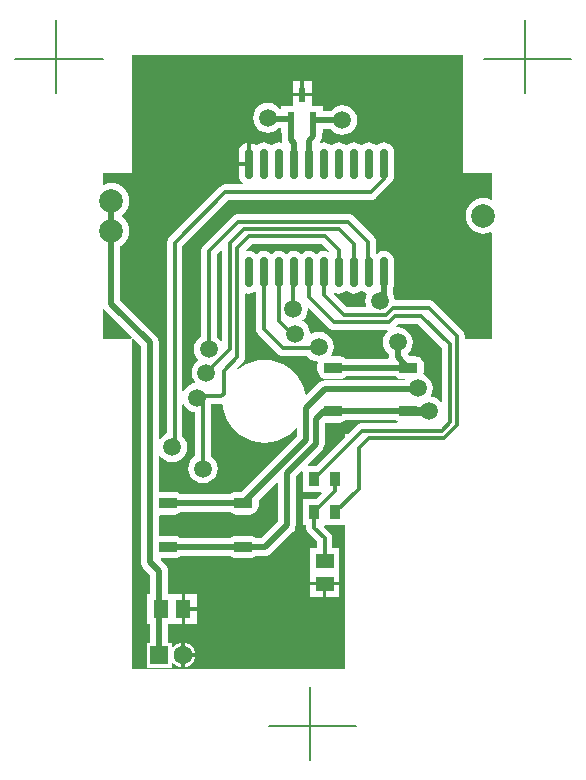
<source format=gtl>
%FSLAX44Y44*%
%MOMM*%
G71*
G01*
G75*
G04 Layer_Physical_Order=1*
G04 Layer_Color=255*
%ADD10R,1.5000X1.3000*%
%ADD11R,0.9000X1.2000*%
%ADD12R,0.6000X1.3000*%
%ADD13O,0.7000X2.6000*%
G04:AMPARAMS|DCode=14|XSize=1.6mm|YSize=0.9mm|CornerRadius=0.225mm|HoleSize=0mm|Usage=FLASHONLY|Rotation=180.000|XOffset=0mm|YOffset=0mm|HoleType=Round|Shape=RoundedRectangle|*
%AMROUNDEDRECTD14*
21,1,1.6000,0.4500,0,0,180.0*
21,1,1.1500,0.9000,0,0,180.0*
1,1,0.4500,-0.5750,0.2250*
1,1,0.4500,0.5750,0.2250*
1,1,0.4500,0.5750,-0.2250*
1,1,0.4500,-0.5750,-0.2250*
%
%ADD14ROUNDEDRECTD14*%
%ADD15R,1.3000X1.5000*%
%ADD16C,0.5000*%
%ADD17C,0.3000*%
%ADD18C,0.7500*%
%ADD19C,0.2000*%
%ADD20C,2.0000*%
%ADD21C,1.6000*%
%ADD22R,1.6000X1.6000*%
%ADD23C,1.5000*%
G36*
X365444Y375284D02*
Y329746D01*
X364241Y329338D01*
X363415Y330415D01*
X360804Y332419D01*
X357763Y333678D01*
X356258Y333876D01*
X355919Y334696D01*
X357178Y337737D01*
X357608Y341000D01*
X357178Y344263D01*
X355919Y347304D01*
X353915Y349915D01*
X351304Y351919D01*
X349170Y352803D01*
X349813Y354357D01*
X350063Y356250D01*
Y360750D01*
X349813Y362643D01*
X349083Y364406D01*
X347921Y365921D01*
X346406Y367083D01*
X344643Y367813D01*
X342750Y368063D01*
X338136D01*
X336577Y369622D01*
X336660Y370889D01*
X336915Y371085D01*
X338919Y373696D01*
X340178Y376737D01*
X340608Y380000D01*
X340178Y383263D01*
X338919Y386304D01*
X336915Y388915D01*
X334304Y390919D01*
X331263Y392178D01*
X328000Y392608D01*
X326890Y392462D01*
X326328Y393601D01*
X328171Y395444D01*
X345284D01*
X365444Y375284D01*
D02*
G37*
G36*
X269364Y392364D02*
X270722Y391322D01*
X272303Y390667D01*
X274000Y390444D01*
X319102D01*
X319510Y389241D01*
X319085Y388915D01*
X317081Y386304D01*
X315822Y383263D01*
X315392Y380000D01*
X315822Y376737D01*
X317081Y373696D01*
X319085Y371085D01*
X320435Y370049D01*
Y367500D01*
X320499Y367020D01*
X319661Y366065D01*
X283733D01*
X282406Y367083D01*
X280642Y367813D01*
X278750Y368063D01*
X272101D01*
X271539Y369202D01*
X271919Y369696D01*
X273178Y372737D01*
X273608Y376000D01*
X273178Y379263D01*
X271919Y382304D01*
X269915Y384915D01*
X267304Y386919D01*
X264263Y388178D01*
X261000Y388608D01*
X257737Y388178D01*
X254696Y386919D01*
X253395Y388614D01*
X253178Y390263D01*
X251919Y393304D01*
X249915Y395915D01*
X247304Y397919D01*
X247221Y398552D01*
X247915Y399085D01*
X249919Y401696D01*
X251178Y404737D01*
X251608Y408000D01*
X251544Y408483D01*
X252683Y409045D01*
X269364Y392364D01*
D02*
G37*
G36*
X179444Y457513D02*
Y381595D01*
X178241Y381187D01*
X176915Y382915D01*
X174556Y384725D01*
Y454284D01*
X178271Y457999D01*
X179444Y457513D01*
D02*
G37*
G36*
X327594Y312917D02*
X327872Y312802D01*
X327624Y311556D01*
X298000D01*
X296303Y311333D01*
X295840Y311141D01*
X294722Y310678D01*
X293364Y309636D01*
X285729Y302000D01*
X283000D01*
Y299271D01*
X258729Y275000D01*
X252171D01*
X251686Y276173D01*
X263849Y288337D01*
X265051Y289903D01*
X265807Y291728D01*
X266064Y293686D01*
X266064Y293686D01*
Y311130D01*
X267019Y311968D01*
X267250Y311937D01*
X278750D01*
X280642Y312186D01*
X282406Y312917D01*
X283733Y313935D01*
X326267D01*
X327594Y312917D01*
D02*
G37*
G36*
X110435Y376717D02*
Y194000D01*
X110693Y192042D01*
X111227Y190752D01*
X111449Y190218D01*
X112651Y188651D01*
X118436Y182866D01*
Y166500D01*
X116000D01*
Y141500D01*
X118436D01*
Y125540D01*
X115460D01*
Y104460D01*
X136540D01*
Y108039D01*
X137743Y108447D01*
X138483Y107483D01*
X140685Y105793D01*
X143249Y104731D01*
X144500Y104567D01*
Y114998D01*
Y125434D01*
X143249Y125269D01*
X140685Y124207D01*
X138483Y122517D01*
X137743Y121553D01*
X136540Y121961D01*
Y125540D01*
X133565D01*
Y141500D01*
X145000D01*
Y153998D01*
Y166500D01*
X133565D01*
Y186000D01*
X133307Y187958D01*
X132551Y189782D01*
X131349Y191349D01*
X131349Y191349D01*
X127077Y195622D01*
X127250Y196938D01*
X138750D01*
X140642Y197187D01*
X142406Y197917D01*
X143733Y198935D01*
X186267D01*
X187594Y197917D01*
X189357Y197187D01*
X191250Y196938D01*
X202750D01*
X204643Y197187D01*
X206406Y197917D01*
X207733Y198935D01*
X215500D01*
X217458Y199193D01*
X219282Y199949D01*
X220849Y201151D01*
X239349Y219651D01*
X240551Y221218D01*
X240551Y221218D01*
X240551Y221218D01*
X241307Y223042D01*
X241565Y225000D01*
Y266052D01*
X246327Y270815D01*
X247500Y270329D01*
Y253000D01*
X263069D01*
X263555Y251827D01*
X258729Y247000D01*
X247500D01*
Y225000D01*
X250444D01*
Y223000D01*
X250668Y221303D01*
X250995Y220512D01*
X251322Y219722D01*
X252364Y218364D01*
X259444Y211284D01*
Y206000D01*
X253500D01*
Y183000D01*
Y177000D01*
X278500D01*
Y183000D01*
Y206000D01*
X272556D01*
Y214000D01*
X272333Y215697D01*
X272005Y216488D01*
X271678Y217278D01*
X270636Y218636D01*
X265445Y223827D01*
X265931Y225000D01*
X283000D01*
Y103414D01*
X282000Y103000D01*
Y103000D01*
X282000Y103000D01*
X103000D01*
Y382493D01*
X104173Y382979D01*
X110435Y376717D01*
D02*
G37*
G36*
X226435Y260578D02*
Y228133D01*
X212367Y214065D01*
X207733D01*
X206406Y215083D01*
X204643Y215814D01*
X202750Y216063D01*
X191250D01*
X189357Y215814D01*
X187594Y215083D01*
X186267Y214065D01*
X143733D01*
X142406Y215083D01*
X140642Y215814D01*
X138750Y216063D01*
X127250D01*
X126520Y215966D01*
X125565Y216804D01*
Y233196D01*
X126520Y234033D01*
X127250Y233937D01*
X138750D01*
X140642Y234186D01*
X142406Y234917D01*
X143733Y235935D01*
X186267D01*
X187594Y234917D01*
X189357Y234186D01*
X191250Y233937D01*
X202750D01*
X204643Y234186D01*
X206406Y234917D01*
X207921Y236079D01*
X209083Y237593D01*
X209813Y239357D01*
X210063Y241250D01*
Y245750D01*
X210049Y245851D01*
X225262Y261063D01*
X226435Y260578D01*
D02*
G37*
G36*
X180149Y326732D02*
X180324Y324508D01*
X181610Y319151D01*
X183718Y314061D01*
X186597Y309364D01*
X190175Y305175D01*
X194364Y301597D01*
X199061Y298718D01*
X204151Y296610D01*
X209508Y295324D01*
X215000Y294892D01*
X220492Y295324D01*
X225849Y296610D01*
X230939Y298718D01*
X235636Y301597D01*
X239825Y305175D01*
X241744Y307421D01*
X242935Y306981D01*
Y300133D01*
X195865Y253062D01*
X191250D01*
X189357Y252813D01*
X187594Y252083D01*
X186267Y251064D01*
X143733D01*
X142406Y252083D01*
X140642Y252813D01*
X138750Y253062D01*
X127250D01*
X126520Y252966D01*
X125565Y253804D01*
Y283393D01*
X126767Y283801D01*
X128085Y282084D01*
X130696Y280081D01*
X133737Y278821D01*
X137000Y278392D01*
X140263Y278821D01*
X143304Y280081D01*
X145915Y282084D01*
X147918Y284695D01*
X149178Y287736D01*
X149608Y290999D01*
X149178Y294263D01*
X147918Y297303D01*
X145915Y299914D01*
X145556Y300190D01*
Y327122D01*
X146802Y327370D01*
X147081Y326696D01*
X149085Y324085D01*
X151696Y322081D01*
X154737Y320822D01*
X156444Y320597D01*
Y283725D01*
X154085Y281915D01*
X152081Y279304D01*
X150822Y276263D01*
X150392Y273000D01*
X150822Y269737D01*
X152081Y266696D01*
X154085Y264085D01*
X156696Y262081D01*
X159737Y260822D01*
X163000Y260392D01*
X166263Y260822D01*
X169304Y262081D01*
X171915Y264085D01*
X173919Y266696D01*
X175178Y269737D01*
X175608Y273000D01*
X175178Y276263D01*
X173919Y279304D01*
X171915Y281915D01*
X169556Y283725D01*
Y327444D01*
X178500D01*
X179162Y327531D01*
X180149Y326732D01*
D02*
G37*
G36*
X80151Y407001D02*
X102979Y384173D01*
X102493Y383000D01*
X78000D01*
Y407829D01*
X79203Y408237D01*
X80151Y407001D01*
D02*
G37*
G36*
X269327Y457401D02*
X268622Y456345D01*
X267569Y456781D01*
X265350Y457073D01*
X263131Y456781D01*
X261064Y455925D01*
X259288Y454562D01*
X258713D01*
X256937Y455925D01*
X254869Y456781D01*
X252650Y457073D01*
X250431Y456781D01*
X248364Y455925D01*
X246588Y454562D01*
X246012D01*
X244237Y455925D01*
X242169Y456781D01*
X239950Y457073D01*
X237731Y456781D01*
X235664Y455925D01*
X233888Y454562D01*
X233312D01*
X231537Y455925D01*
X229469Y456781D01*
X227250Y457073D01*
X225031Y456781D01*
X222964Y455925D01*
X221188Y454562D01*
X220613D01*
X218837Y455925D01*
X216769Y456781D01*
X214550Y457073D01*
X212331Y456781D01*
X210264Y455925D01*
X208488Y454562D01*
X207913D01*
X206137Y455925D01*
X204069Y456781D01*
X201850Y457073D01*
X199772Y456800D01*
X199210Y457939D01*
X204716Y463444D01*
X263284D01*
X269327Y457401D01*
D02*
G37*
G36*
X383000Y523000D02*
X408000D01*
Y501235D01*
X406911Y500582D01*
X406268Y500925D01*
X403441Y501783D01*
X400500Y502073D01*
X397560Y501783D01*
X394732Y500925D01*
X392126Y499533D01*
X389842Y497658D01*
X387968Y495374D01*
X386575Y492768D01*
X385717Y489941D01*
X385428Y487000D01*
X385717Y484060D01*
X386575Y481232D01*
X387968Y478626D01*
X389842Y476342D01*
X392126Y474468D01*
X394732Y473075D01*
X397560Y472217D01*
X400500Y471928D01*
X403441Y472217D01*
X406268Y473075D01*
X406911Y473419D01*
X408000Y472766D01*
Y383000D01*
X384556D01*
Y385000D01*
X384333Y386697D01*
X384141Y387160D01*
X383678Y388278D01*
X382636Y389636D01*
X358636Y413636D01*
X357278Y414678D01*
X356488Y415005D01*
X355697Y415333D01*
X354000Y415556D01*
X325535D01*
X325178Y418263D01*
X323919Y421304D01*
X323715Y421570D01*
Y425551D01*
X324431Y427281D01*
X324724Y429500D01*
Y448500D01*
X324431Y450719D01*
X323575Y452786D01*
X322212Y454562D01*
X320437Y455925D01*
X318369Y456781D01*
X316150Y457073D01*
X313931Y456781D01*
X311864Y455925D01*
X310695Y455028D01*
X309556Y455590D01*
Y465000D01*
X309333Y466697D01*
X308678Y468278D01*
X308157Y468957D01*
X307636Y469636D01*
X290636Y486636D01*
X289278Y487678D01*
X288352Y488061D01*
X287697Y488333D01*
X286000Y488556D01*
X193000D01*
X191303Y488333D01*
X190840Y488141D01*
X189722Y487678D01*
X188364Y486636D01*
X163364Y461636D01*
X162322Y460278D01*
X161939Y459352D01*
X161667Y458697D01*
X161444Y457000D01*
Y384725D01*
X159085Y382915D01*
X157081Y380304D01*
X155822Y377263D01*
X155392Y374000D01*
X155822Y370737D01*
X157081Y367696D01*
X158845Y365398D01*
X158679Y364138D01*
X157085Y362915D01*
X155081Y360304D01*
X153822Y357263D01*
X153392Y354000D01*
X153822Y350737D01*
X155081Y347696D01*
X156031Y346458D01*
X155545Y345285D01*
X154737Y345178D01*
X151696Y343919D01*
X149085Y341915D01*
X147081Y339304D01*
X146802Y338630D01*
X145556Y338878D01*
Y461285D01*
X184716Y500444D01*
X305000D01*
X306697Y500667D01*
X307487Y500995D01*
X308278Y501322D01*
X309636Y502364D01*
X320786Y513514D01*
X321828Y514872D01*
X321992Y515269D01*
X322212Y515438D01*
X323575Y517214D01*
X324431Y519281D01*
X324724Y521500D01*
Y540500D01*
X324431Y542719D01*
X323575Y544787D01*
X322212Y546562D01*
X320437Y547925D01*
X318369Y548781D01*
X316150Y549074D01*
X313931Y548781D01*
X311864Y547925D01*
X310088Y546562D01*
X309513D01*
X307737Y547925D01*
X305669Y548781D01*
X303450Y549074D01*
X301231Y548781D01*
X299164Y547925D01*
X297388Y546562D01*
X296812D01*
X295037Y547925D01*
X292969Y548781D01*
X290750Y549074D01*
X288531Y548781D01*
X286464Y547925D01*
X284688Y546562D01*
X284112D01*
X282337Y547925D01*
X280269Y548781D01*
X278050Y549074D01*
X275831Y548781D01*
X273764Y547925D01*
X271988Y546562D01*
X271413D01*
X269637Y547925D01*
X267569Y548781D01*
X265350Y549074D01*
X263131Y548781D01*
X263103Y548770D01*
X262330Y549777D01*
X263051Y550718D01*
X263807Y552542D01*
X264065Y554500D01*
X264065Y554500D01*
Y557000D01*
X264500D01*
Y560435D01*
X271049D01*
X272085Y559085D01*
X274696Y557081D01*
X277737Y555822D01*
X281000Y555392D01*
X284263Y555822D01*
X287304Y557081D01*
X289915Y559085D01*
X291919Y561696D01*
X293178Y564737D01*
X293608Y568000D01*
X293178Y571263D01*
X291919Y574304D01*
X289915Y576915D01*
X287304Y578919D01*
X284263Y580178D01*
X281000Y580608D01*
X277737Y580178D01*
X274696Y578919D01*
X272085Y576915D01*
X271049Y575565D01*
X264500D01*
Y580000D01*
X255000D01*
Y588000D01*
X239000D01*
Y580000D01*
X229500D01*
Y577522D01*
X228297Y577114D01*
X226915Y578915D01*
X224304Y580919D01*
X221263Y582178D01*
X218000Y582608D01*
X214737Y582178D01*
X211696Y580919D01*
X209085Y578915D01*
X207081Y576304D01*
X205822Y573263D01*
X205392Y570000D01*
X205822Y566737D01*
X207081Y563696D01*
X209085Y561085D01*
X211696Y559081D01*
X214737Y557822D01*
X218000Y557392D01*
X221263Y557822D01*
X224304Y559081D01*
X226720Y560935D01*
X229500D01*
Y557000D01*
X229935D01*
Y551500D01*
X230172Y549705D01*
X229273Y548807D01*
X227250Y549074D01*
X225031Y548781D01*
X222964Y547925D01*
X221188Y546562D01*
X220613D01*
X218837Y547925D01*
X216769Y548781D01*
X214550Y549074D01*
X212331Y548781D01*
X210264Y547925D01*
X208488Y546562D01*
X207913D01*
X206137Y547925D01*
X204069Y548781D01*
X203350Y548876D01*
Y530998D01*
X201853D01*
Y529500D01*
X193277D01*
Y521500D01*
X193569Y519281D01*
X194426Y517214D01*
X195788Y515438D01*
X196673Y514759D01*
X196265Y513556D01*
X182000D01*
X180303Y513333D01*
X179840Y513141D01*
X178722Y512678D01*
X177364Y511636D01*
X134364Y468636D01*
X133322Y467278D01*
X132995Y466488D01*
X132668Y465697D01*
X132444Y464000D01*
Y302642D01*
X130696Y301918D01*
X128085Y299914D01*
X126767Y298198D01*
X125565Y298606D01*
Y379850D01*
X125307Y381808D01*
X124551Y383633D01*
X123349Y385199D01*
X93065Y415484D01*
Y461335D01*
X93874Y461768D01*
X96158Y463642D01*
X98032Y465926D01*
X99425Y468532D01*
X100283Y471360D01*
X100573Y474300D01*
X100283Y477241D01*
X99425Y480068D01*
X98032Y482674D01*
X96158Y484958D01*
X93874Y486833D01*
Y487168D01*
X96158Y489042D01*
X98032Y491326D01*
X99425Y493932D01*
X100283Y496760D01*
X100573Y499700D01*
X100283Y502641D01*
X99425Y505468D01*
X98032Y508074D01*
X96158Y510358D01*
X93874Y512233D01*
X91268Y513625D01*
X88440Y514483D01*
X85500Y514773D01*
X82559Y514483D01*
X79732Y513625D01*
X79089Y513282D01*
X78000Y513935D01*
Y523000D01*
X103000D01*
Y623000D01*
X383000D01*
Y523000D01*
D02*
G37*
G36*
X207994Y422065D02*
Y391450D01*
X208218Y389753D01*
X208545Y388962D01*
X208873Y388172D01*
X209914Y386814D01*
X226364Y370364D01*
X227722Y369322D01*
X228648Y368939D01*
X229303Y368667D01*
X231000Y368444D01*
X251042D01*
X252085Y367085D01*
X254696Y365081D01*
X257737Y363822D01*
X259407Y363602D01*
X260180Y362594D01*
X259937Y360750D01*
Y356250D01*
X260186Y354357D01*
X260917Y352594D01*
X262079Y351079D01*
X263594Y349917D01*
X265357Y349187D01*
X267250Y348937D01*
X278750D01*
X280642Y349187D01*
X282406Y349917D01*
X283733Y350935D01*
X326267D01*
X327594Y349917D01*
X329357Y349187D01*
X331250Y348937D01*
X333899D01*
X334044Y348643D01*
X333373Y347565D01*
X266000D01*
X266000Y347565D01*
X264042Y347307D01*
X262218Y346551D01*
X260651Y345349D01*
X250811Y335509D01*
X249589Y335854D01*
X248390Y340849D01*
X246282Y345939D01*
X243403Y350636D01*
X239825Y354825D01*
X235636Y358403D01*
X230939Y361282D01*
X225849Y363390D01*
X220492Y364676D01*
X215000Y365108D01*
X209508Y364676D01*
X204151Y363390D01*
X199061Y361282D01*
X194364Y358403D01*
X193096Y357320D01*
X192234Y358253D01*
X196636Y362655D01*
X197678Y364013D01*
X198061Y364939D01*
X198333Y365594D01*
X198556Y367291D01*
Y420521D01*
X199612Y421227D01*
X199631Y421219D01*
X201850Y420927D01*
X204069Y421219D01*
X206137Y422075D01*
X206855Y422626D01*
X207994Y422065D01*
D02*
G37*
G36*
X299164Y422075D02*
X301231Y421219D01*
X301706Y420397D01*
X300822Y418263D01*
X300392Y415000D01*
X300822Y411737D01*
X301288Y410612D01*
X300582Y409556D01*
X284716D01*
X273390Y420882D01*
X274096Y421938D01*
X275831Y421219D01*
X278050Y420927D01*
X280269Y421219D01*
X282337Y422075D01*
X284112Y423438D01*
X284688D01*
X286464Y422075D01*
X288531Y421219D01*
X290750Y420927D01*
X292969Y421219D01*
X295037Y422075D01*
X296812Y423438D01*
X297388D01*
X299164Y422075D01*
D02*
G37*
%LPC*%
G36*
X147500Y125434D02*
Y116500D01*
X156434D01*
X156269Y117752D01*
X155207Y120316D01*
X153517Y122517D01*
X151316Y124207D01*
X148752Y125269D01*
X147500Y125434D01*
D02*
G37*
G36*
X158000Y152500D02*
X148000D01*
Y141500D01*
X158000D01*
Y152500D01*
D02*
G37*
G36*
X255000Y601000D02*
X248500D01*
Y591000D01*
X255000D01*
Y601000D01*
D02*
G37*
G36*
X156434Y113500D02*
X147500D01*
Y104567D01*
X148752Y104731D01*
X151316Y105793D01*
X153517Y107483D01*
X155207Y109685D01*
X156269Y112248D01*
X156434Y113500D01*
D02*
G37*
G36*
X158000Y166500D02*
X148000D01*
Y155500D01*
X158000D01*
Y166500D01*
D02*
G37*
G36*
X245500Y601000D02*
X239000D01*
Y591000D01*
X245500D01*
Y601000D01*
D02*
G37*
G36*
X200350Y548876D02*
X199631Y548781D01*
X197564Y547925D01*
X195788Y546562D01*
X194426Y544787D01*
X193569Y542719D01*
X193277Y540500D01*
Y532500D01*
X200350D01*
Y548876D01*
D02*
G37*
G36*
X264500Y174000D02*
X253500D01*
Y164000D01*
X264500D01*
Y174000D01*
D02*
G37*
G36*
X278500D02*
X267500D01*
Y164000D01*
X278500D01*
Y174000D01*
D02*
G37*
%LPD*%
D10*
X266000Y194500D02*
D03*
Y175500D02*
D03*
D11*
X257000Y264000D02*
D03*
X275000D02*
D03*
X257000Y236000D02*
D03*
X275000D02*
D03*
D12*
X247000Y589500D02*
D03*
X256500Y568500D02*
D03*
X237500D02*
D03*
D13*
X316150Y531000D02*
D03*
X303450D02*
D03*
X290750D02*
D03*
X278050D02*
D03*
X265350D02*
D03*
X252650D02*
D03*
X239950D02*
D03*
X227250D02*
D03*
X214550D02*
D03*
X201850D02*
D03*
X316150Y439000D02*
D03*
X303450D02*
D03*
X290750D02*
D03*
X278050D02*
D03*
X265350D02*
D03*
X252650D02*
D03*
X239950D02*
D03*
X227250D02*
D03*
X214550D02*
D03*
X201850D02*
D03*
D14*
X133000Y206500D02*
D03*
Y243500D02*
D03*
X197000Y206500D02*
D03*
Y243500D02*
D03*
X273000Y321500D02*
D03*
Y358500D02*
D03*
X337000Y321500D02*
D03*
Y358500D02*
D03*
D15*
X146500Y154000D02*
D03*
X127500D02*
D03*
D16*
X85500Y412350D02*
Y474300D01*
Y412350D02*
X118000Y379850D01*
Y194000D02*
Y379850D01*
Y194000D02*
X126000Y186000D01*
X313000Y415000D02*
X316150Y418150D01*
Y439000D01*
X239950Y531000D02*
X240000Y531050D01*
Y549000D01*
X237500Y551500D02*
X240000Y549000D01*
X237500Y551500D02*
Y568500D01*
X219500D02*
X237500D01*
X218000Y570000D02*
X219500Y568500D01*
X328000Y367500D02*
Y380000D01*
Y367500D02*
X337000Y358500D01*
X266000Y340000D02*
X345000D01*
X252650Y531000D02*
Y550650D01*
X256500Y554500D01*
Y568500D01*
X257000Y568000D01*
X281000D01*
X345000Y340000D02*
Y341000D01*
X250500Y324500D02*
X266000Y340000D01*
X250500Y296999D02*
Y324500D01*
X258500Y314500D02*
X265500Y321500D01*
X258500Y293686D02*
Y314500D01*
X234000Y269186D02*
X258500Y293686D01*
X234000Y225000D02*
Y269186D01*
X197000Y243500D02*
X250500Y296999D01*
X215500Y206500D02*
X234000Y225000D01*
X273000Y358500D02*
X337000D01*
X273000Y321500D02*
X337000D01*
X133000Y243500D02*
X197000D01*
X265500Y321500D02*
X273000D01*
X197000Y206500D02*
X215500D01*
X133000D02*
X197000D01*
X85500Y474300D02*
Y499700D01*
X126000Y115000D02*
Y186000D01*
D17*
X252650Y418350D02*
X274000Y397000D01*
X265350Y419650D02*
X282000Y403000D01*
X317971D01*
X274000Y397000D02*
X320456D01*
X325456Y402000D01*
X348000D01*
X317971Y403000D02*
X323970Y409000D01*
X354000D01*
X372000Y312000D02*
Y378000D01*
X378000Y309515D02*
Y385000D01*
X365000Y305000D02*
X372000Y312000D01*
X348000Y402000D02*
X372000Y378000D01*
X367485Y299000D02*
X378000Y309515D01*
X354000Y409000D02*
X378000Y385000D01*
X298000Y305000D02*
X365000D01*
X304000Y299000D02*
X367485D01*
X266000Y194500D02*
Y214000D01*
X257000Y223000D02*
X266000Y214000D01*
X257000Y223000D02*
Y236000D01*
X275000Y254000D01*
Y264000D01*
X252650Y418350D02*
Y439000D01*
X257000Y264000D02*
X298000Y305000D01*
X295000Y290000D02*
X304000Y299000D01*
X265350Y419650D02*
Y439000D01*
X295000Y256000D02*
Y290000D01*
X275000Y236000D02*
X295000Y256000D01*
X163000Y273000D02*
Y328000D01*
X214550Y391450D02*
Y439000D01*
Y391450D02*
X231000Y375000D01*
X260000D01*
X261000Y376000D01*
X192000Y367291D02*
Y460000D01*
X186000Y374000D02*
Y464000D01*
X192000Y460000D02*
X202000Y470000D01*
X186000Y464000D02*
X198000Y476000D01*
X166000Y354000D02*
X186000Y374000D01*
X227000Y398000D02*
Y438750D01*
Y398000D02*
X238000Y387000D01*
X227000Y438750D02*
X227250Y439000D01*
X238000Y387000D02*
X241000D01*
X239000Y438050D02*
X239950Y439000D01*
X239000Y408000D02*
Y438050D01*
X137000Y290999D02*
X137001D01*
X139000Y289000D01*
X303000Y439450D02*
X303450Y439000D01*
X303000Y439450D02*
Y465000D01*
X286000Y482000D02*
X303000Y465000D01*
X193000Y482000D02*
X286000D01*
X266000Y470000D02*
X278050Y457950D01*
X202000Y470000D02*
X266000D01*
X278000Y476000D02*
X290750Y463250D01*
X198000Y476000D02*
X278000D01*
X168000Y457000D02*
X193000Y482000D01*
X168000Y374000D02*
Y457000D01*
X290750Y439000D02*
Y463250D01*
X180500Y355790D02*
X192000Y367291D01*
X278050Y439000D02*
Y457950D01*
X180500Y336000D02*
Y355790D01*
X178500Y334000D02*
X180500Y336000D01*
X159000Y334000D02*
X178500D01*
X158000Y333000D02*
X159000Y334000D01*
X158000Y333000D02*
X163000Y328000D01*
X305000Y507000D02*
X316150Y518150D01*
X182000Y507000D02*
X305000D01*
X139000Y464000D02*
X182000Y507000D01*
X139000Y289000D02*
Y464000D01*
D18*
X354500Y321500D02*
Y321500D01*
X337000Y321500D02*
X354500D01*
D19*
X4000Y620000D02*
X78000D01*
X39000Y591000D02*
Y653000D01*
X436000Y591000D02*
Y653000D01*
X401000Y620000D02*
X475000D01*
X254000Y26000D02*
Y88000D01*
X219000Y55000D02*
X293000D01*
D20*
X85500Y499700D02*
D03*
Y474300D02*
D03*
X400500Y487000D02*
D03*
D21*
X146000Y115000D02*
D03*
D22*
X126000D02*
D03*
D23*
X121000Y406000D02*
D03*
X313000Y415000D02*
D03*
X218000Y570000D02*
D03*
X328000Y380000D02*
D03*
X281000Y568000D02*
D03*
X345000Y341000D02*
D03*
X354500Y321500D02*
D03*
X137000Y290999D02*
D03*
X241000Y387000D02*
D03*
X166000Y354000D02*
D03*
X239000Y408000D02*
D03*
X261000Y376000D02*
D03*
X168000Y374000D02*
D03*
X163000Y273000D02*
D03*
X158000Y333000D02*
D03*
M02*

</source>
